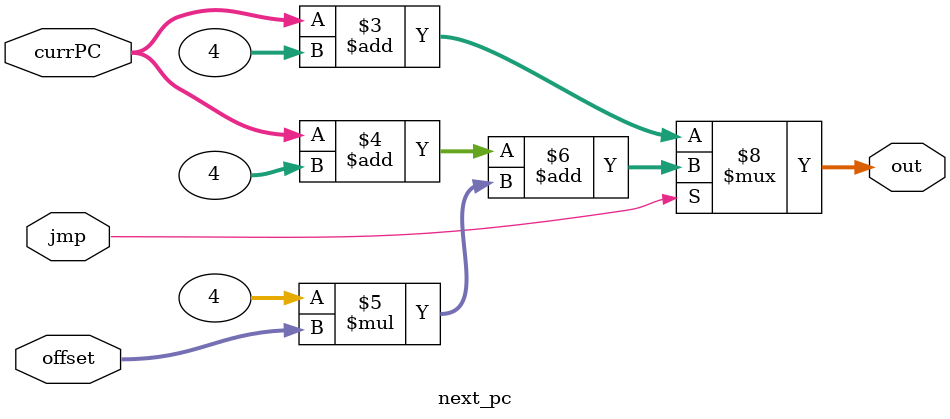
<source format=v>
module next_pc (currPC, out, offset, jmp); 
  input [31:0] currPC, offset;
  input jmp;
  output reg [31:0] out;

	always @(currPC, jmp, offset)
		if (jmp == 0)
			out <= currPC + 32'd4;
		else
			out <= currPC + 32'd4 + 32'd4 * offset;	  
endmodule

</source>
